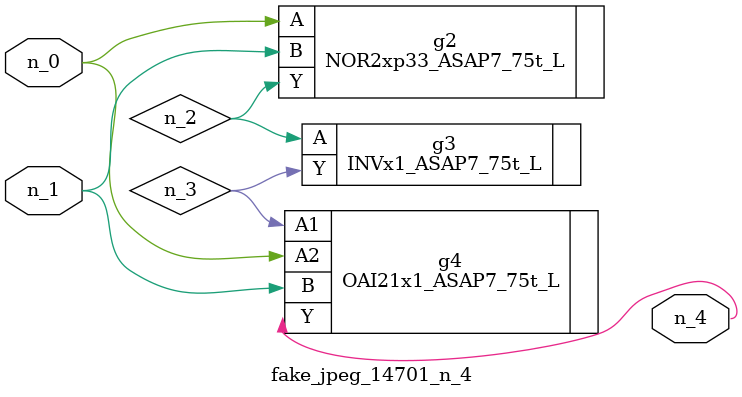
<source format=v>
module fake_jpeg_14701_n_4 (n_0, n_1, n_4);

input n_0;
input n_1;

output n_4;

wire n_2;
wire n_3;

NOR2xp33_ASAP7_75t_L g2 ( 
.A(n_0),
.B(n_1),
.Y(n_2)
);

INVx1_ASAP7_75t_L g3 ( 
.A(n_2),
.Y(n_3)
);

OAI21x1_ASAP7_75t_L g4 ( 
.A1(n_3),
.A2(n_0),
.B(n_1),
.Y(n_4)
);


endmodule
</source>
